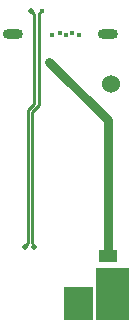
<source format=gbl>
G04*
G04 #@! TF.GenerationSoftware,Altium Limited,Altium Designer,22.2.1 (43)*
G04*
G04 Layer_Physical_Order=4*
G04 Layer_Color=16711680*
%FSLAX25Y25*%
%MOIN*%
G70*
G04*
G04 #@! TF.SameCoordinates,6C260533-CC90-43CD-92D9-51A3DE8ADA06*
G04*
G04*
G04 #@! TF.FilePolarity,Positive*
G04*
G01*
G75*
%ADD11C,0.01000*%
%ADD25O,0.06693X0.03347*%
%ADD26C,0.06000*%
%ADD27C,0.05000*%
%ADD28C,0.01772*%
%ADD29C,0.01575*%
%ADD30C,0.01968*%
%ADD31C,0.02500*%
%ADD38R,0.06000X0.04000*%
%ADD39R,0.03347X0.03347*%
%ADD40C,0.03000*%
G36*
X34484Y1984D02*
X24984D01*
Y12984D01*
X34484D01*
Y1984D01*
D02*
G37*
G36*
X46697D02*
X35484D01*
Y19484D01*
X46697D01*
Y1984D01*
D02*
G37*
D11*
X14250Y27747D02*
X14484Y27513D01*
X14000Y105115D02*
Y105185D01*
X15000Y74208D02*
Y104115D01*
X12000Y26484D02*
Y26746D01*
X14250Y27747D02*
Y71337D01*
X14000Y105115D02*
X15000Y104115D01*
Y26484D02*
Y26746D01*
X12516Y27513D02*
X12750Y27747D01*
X12000Y26746D02*
X12516Y27262D01*
X17472Y105185D02*
X17500D01*
X14250Y71337D02*
X16500Y73587D01*
X14484Y27262D02*
Y27513D01*
X16500Y104213D02*
X17472Y105185D01*
X14484Y27262D02*
X15000Y26746D01*
X16500Y73587D02*
Y104213D01*
X12516Y27262D02*
Y27513D01*
X12750Y27747D02*
Y71958D01*
X15000Y74208D01*
D25*
X39527Y97347D02*
D03*
X7952D02*
D03*
D26*
X40500Y80685D02*
D03*
D27*
X28500Y4984D02*
D03*
X38500D02*
D03*
D28*
X17500Y105185D02*
D03*
D29*
X21000Y97185D02*
D03*
X27500Y97685D02*
D03*
X30000Y97185D02*
D03*
X25500D02*
D03*
X23500Y97685D02*
D03*
D30*
X12000Y26484D02*
D03*
X15000D02*
D03*
X14000Y105185D02*
D03*
D31*
X20000Y88185D02*
D03*
D38*
X39500Y23484D02*
D03*
Y15484D02*
D03*
D39*
X37051Y9984D02*
D03*
X30949D02*
D03*
D40*
X39500Y23484D02*
Y68768D01*
X20000Y88185D02*
X39500Y68685D01*
M02*

</source>
